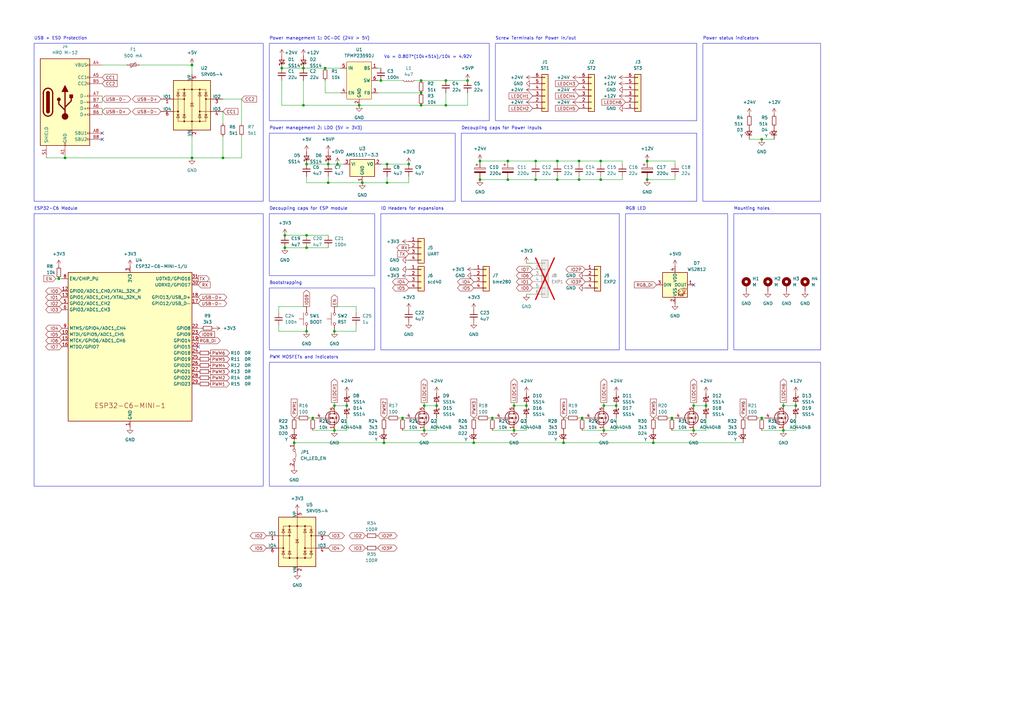
<source format=kicad_sch>
(kicad_sch (version 20230121) (generator eeschema)
  (paper "A3")
  (junction (at 267.97 181.61))
  (junction (at 125.73 67.31))
  (junction (at 78.74 64.77))
  (junction (at 120.65 181.61))
  (junction (at 196.85 73.66))
  (junction (at 312.42 57.15))
  (junction (at 158.75 74.93))
  (junction (at 196.85 66.04))
  (junction (at 158.75 67.31))
  (junction (at 125.73 101.6))
  (junction (at 284.48 176.53))
  (junction (at 210.82 176.53))
  (junction (at 147.32 43.18))
  (junction (at 182.88 43.18))
  (junction (at 246.38 73.66))
  (junction (at 275.59 171.45))
  (junction (at 125.73 96.52))
  (junction (at 321.31 166.37))
  (junction (at 173.99 176.53))
  (junction (at 210.82 166.37))
  (junction (at 194.31 181.61))
  (junction (at 247.65 166.37))
  (junction (at 201.93 171.45))
  (junction (at 172.72 43.18))
  (junction (at 115.57 27.94))
  (junction (at 237.49 66.04))
  (junction (at 252.73 166.37))
  (junction (at 116.84 101.6))
  (junction (at 116.84 96.52))
  (junction (at 148.59 74.93))
  (junction (at 137.16 166.37))
  (junction (at 228.6 73.66))
  (junction (at 173.99 166.37))
  (junction (at 91.44 64.77))
  (junction (at 321.31 176.53))
  (junction (at 231.14 181.61))
  (junction (at 133.35 27.94))
  (junction (at 312.42 171.45))
  (junction (at 182.88 33.02))
  (junction (at 138.43 67.31))
  (junction (at 137.16 135.89))
  (junction (at 26.67 64.77))
  (junction (at 124.46 27.94))
  (junction (at 157.48 181.61))
  (junction (at 128.27 171.45))
  (junction (at 219.71 66.04))
  (junction (at 208.28 66.04))
  (junction (at 265.43 66.04))
  (junction (at 78.74 26.67))
  (junction (at 167.64 67.31))
  (junction (at 179.07 166.37))
  (junction (at 134.62 67.31))
  (junction (at 246.38 66.04))
  (junction (at 156.21 33.02))
  (junction (at 265.43 73.66))
  (junction (at 238.76 171.45))
  (junction (at 219.71 73.66))
  (junction (at 247.65 176.53))
  (junction (at 326.39 166.37))
  (junction (at 172.72 33.02))
  (junction (at 289.56 166.37))
  (junction (at 172.72 38.1))
  (junction (at 125.73 135.89))
  (junction (at 137.16 176.53))
  (junction (at 208.28 73.66))
  (junction (at 24.13 114.3))
  (junction (at 237.49 73.66))
  (junction (at 134.62 74.93))
  (junction (at 124.46 43.18))
  (junction (at 191.77 33.02))
  (junction (at 228.6 66.04))
  (junction (at 284.48 166.37))
  (junction (at 215.9 166.37))
  (junction (at 142.24 166.37))
  (junction (at 165.1 171.45))
  (no_connect (at 41.91 54.61))
  (no_connect (at 284.48 116.84))
  (no_connect (at 81.28 142.24))
  (no_connect (at 41.91 57.15))
  (wire (pts (xy 137.16 125.73) (xy 146.05 125.73)))
  (wire (pts (xy 182.88 33.02) (xy 191.77 33.02)))
  (wire (pts (xy 246.38 73.66) (xy 246.38 72.39)))
  (wire (pts (xy 191.77 38.1) (xy 191.77 43.18)))
  (wire (pts (xy 284.48 165.1) (xy 284.48 166.37)))
  (wire (pts (xy 99.06 64.77) (xy 91.44 64.77)))
  (wire (pts (xy 219.71 66.04) (xy 219.71 67.31)))
  (wire (pts (xy 208.28 73.66) (xy 219.71 73.66)))
  (wire (pts (xy 252.73 171.45) (xy 252.73 176.53)))
  (wire (pts (xy 125.73 96.52) (xy 134.62 96.52)))
  (wire (pts (xy 321.31 165.1) (xy 321.31 166.37)))
  (wire (pts (xy 201.93 176.53) (xy 210.82 176.53)))
  (wire (pts (xy 304.8 171.45) (xy 306.07 171.45)))
  (wire (pts (xy 275.59 171.45) (xy 276.86 171.45)))
  (wire (pts (xy 114.3 128.27) (xy 114.3 125.73)))
  (wire (pts (xy 120.65 171.45) (xy 121.92 171.45)))
  (wire (pts (xy 238.76 176.53) (xy 247.65 176.53)))
  (wire (pts (xy 276.86 66.04) (xy 276.86 67.31)))
  (wire (pts (xy 167.64 72.39) (xy 167.64 74.93)))
  (wire (pts (xy 182.88 38.1) (xy 182.88 43.18)))
  (wire (pts (xy 182.88 43.18) (xy 191.77 43.18)))
  (wire (pts (xy 134.62 67.31) (xy 138.43 67.31)))
  (wire (pts (xy 170.18 33.02) (xy 172.72 33.02)))
  (wire (pts (xy 154.94 38.1) (xy 172.72 38.1)))
  (wire (pts (xy 312.42 176.53) (xy 321.31 176.53)))
  (wire (pts (xy 137.16 165.1) (xy 137.16 166.37)))
  (wire (pts (xy 172.72 43.18) (xy 182.88 43.18)))
  (wire (pts (xy 156.21 33.02) (xy 165.1 33.02)))
  (wire (pts (xy 173.99 165.1) (xy 173.99 166.37)))
  (wire (pts (xy 91.44 55.88) (xy 91.44 64.77)))
  (wire (pts (xy 146.05 133.35) (xy 146.05 135.89)))
  (wire (pts (xy 157.48 181.61) (xy 194.31 181.61)))
  (wire (pts (xy 326.39 176.53) (xy 321.31 176.53)))
  (wire (pts (xy 219.71 73.66) (xy 219.71 72.39)))
  (wire (pts (xy 114.3 125.73) (xy 125.73 125.73)))
  (wire (pts (xy 134.62 72.39) (xy 134.62 74.93)))
  (wire (pts (xy 172.72 33.02) (xy 182.88 33.02)))
  (wire (pts (xy 81.28 134.62) (xy 82.55 134.62)))
  (wire (pts (xy 125.73 74.93) (xy 134.62 74.93)))
  (wire (pts (xy 120.65 181.61) (xy 157.48 181.61)))
  (wire (pts (xy 128.27 171.45) (xy 129.54 171.45)))
  (wire (pts (xy 115.57 43.18) (xy 124.46 43.18)))
  (wire (pts (xy 265.43 73.66) (xy 276.86 73.66)))
  (wire (pts (xy 134.62 74.93) (xy 148.59 74.93)))
  (wire (pts (xy 125.73 101.6) (xy 134.62 101.6)))
  (wire (pts (xy 78.74 64.77) (xy 78.74 55.88)))
  (wire (pts (xy 165.1 176.53) (xy 173.99 176.53)))
  (wire (pts (xy 312.42 57.15) (xy 317.5 57.15)))
  (wire (pts (xy 115.57 27.94) (xy 124.46 27.94)))
  (wire (pts (xy 157.48 171.45) (xy 158.75 171.45)))
  (wire (pts (xy 158.75 67.31) (xy 167.64 67.31)))
  (wire (pts (xy 78.74 26.67) (xy 78.74 30.48)))
  (wire (pts (xy 146.05 125.73) (xy 146.05 128.27)))
  (wire (pts (xy 289.56 171.45) (xy 289.56 176.53)))
  (wire (pts (xy 137.16 166.37) (xy 142.24 166.37)))
  (wire (pts (xy 210.82 166.37) (xy 215.9 166.37)))
  (wire (pts (xy 138.43 67.31) (xy 140.97 67.31)))
  (wire (pts (xy 133.35 27.94) (xy 139.7 27.94)))
  (wire (pts (xy 163.83 171.45) (xy 165.1 171.45)))
  (wire (pts (xy 228.6 73.66) (xy 228.6 72.39)))
  (wire (pts (xy 246.38 66.04) (xy 246.38 67.31)))
  (wire (pts (xy 255.27 73.66) (xy 255.27 72.39)))
  (wire (pts (xy 276.86 73.66) (xy 276.86 72.39)))
  (wire (pts (xy 127 171.45) (xy 128.27 171.45)))
  (wire (pts (xy 200.66 171.45) (xy 201.93 171.45)))
  (wire (pts (xy 255.27 66.04) (xy 255.27 67.31)))
  (wire (pts (xy 208.28 66.04) (xy 219.71 66.04)))
  (wire (pts (xy 231.14 181.61) (xy 267.97 181.61)))
  (wire (pts (xy 247.65 165.1) (xy 247.65 166.37)))
  (wire (pts (xy 57.15 26.67) (xy 78.74 26.67)))
  (wire (pts (xy 246.38 73.66) (xy 255.27 73.66)))
  (wire (pts (xy 201.93 171.45) (xy 203.2 171.45)))
  (wire (pts (xy 267.97 181.61) (xy 304.8 181.61)))
  (wire (pts (xy 215.9 176.53) (xy 210.82 176.53)))
  (wire (pts (xy 237.49 73.66) (xy 237.49 72.39)))
  (wire (pts (xy 173.99 166.37) (xy 179.07 166.37)))
  (wire (pts (xy 115.57 33.02) (xy 115.57 43.18)))
  (wire (pts (xy 196.85 73.66) (xy 208.28 73.66)))
  (wire (pts (xy 247.65 166.37) (xy 252.73 166.37)))
  (wire (pts (xy 237.49 66.04) (xy 246.38 66.04)))
  (wire (pts (xy 142.24 171.45) (xy 142.24 176.53)))
  (wire (pts (xy 133.35 33.02) (xy 133.35 38.1)))
  (wire (pts (xy 219.71 66.04) (xy 228.6 66.04)))
  (wire (pts (xy 321.31 166.37) (xy 326.39 166.37)))
  (wire (pts (xy 228.6 66.04) (xy 228.6 67.31)))
  (wire (pts (xy 114.3 135.89) (xy 125.73 135.89)))
  (wire (pts (xy 210.82 165.1) (xy 210.82 166.37)))
  (wire (pts (xy 312.42 171.45) (xy 313.69 171.45)))
  (wire (pts (xy 158.75 72.39) (xy 158.75 74.93)))
  (wire (pts (xy 289.56 176.53) (xy 284.48 176.53)))
  (wire (pts (xy 231.14 171.45) (xy 232.41 171.45)))
  (wire (pts (xy 196.85 66.04) (xy 208.28 66.04)))
  (wire (pts (xy 156.21 67.31) (xy 158.75 67.31)))
  (wire (pts (xy 179.07 176.53) (xy 173.99 176.53)))
  (wire (pts (xy 116.84 96.52) (xy 125.73 96.52)))
  (wire (pts (xy 22.86 114.3) (xy 24.13 114.3)))
  (wire (pts (xy 24.13 114.3) (xy 25.4 114.3)))
  (wire (pts (xy 114.3 133.35) (xy 114.3 135.89)))
  (wire (pts (xy 179.07 171.45) (xy 179.07 176.53)))
  (wire (pts (xy 142.24 176.53) (xy 137.16 176.53)))
  (wire (pts (xy 167.64 74.93) (xy 158.75 74.93)))
  (wire (pts (xy 124.46 33.02) (xy 124.46 43.18)))
  (wire (pts (xy 237.49 73.66) (xy 246.38 73.66)))
  (wire (pts (xy 219.71 73.66) (xy 228.6 73.66)))
  (wire (pts (xy 238.76 171.45) (xy 240.03 171.45)))
  (wire (pts (xy 125.73 72.39) (xy 125.73 74.93)))
  (wire (pts (xy 215.9 107.95) (xy 218.44 107.95)))
  (wire (pts (xy 154.94 33.02) (xy 156.21 33.02)))
  (wire (pts (xy 265.43 66.04) (xy 276.86 66.04)))
  (wire (pts (xy 194.31 181.61) (xy 231.14 181.61)))
  (wire (pts (xy 99.06 55.88) (xy 99.06 64.77)))
  (wire (pts (xy 147.32 43.18) (xy 172.72 43.18)))
  (wire (pts (xy 274.32 171.45) (xy 275.59 171.45)))
  (wire (pts (xy 154.94 27.94) (xy 156.21 27.94)))
  (wire (pts (xy 128.27 176.53) (xy 137.16 176.53)))
  (wire (pts (xy 146.05 135.89) (xy 137.16 135.89)))
  (wire (pts (xy 148.59 74.93) (xy 158.75 74.93)))
  (wire (pts (xy 246.38 66.04) (xy 255.27 66.04)))
  (wire (pts (xy 311.15 171.45) (xy 312.42 171.45)))
  (wire (pts (xy 194.31 171.45) (xy 195.58 171.45)))
  (wire (pts (xy 91.44 64.77) (xy 78.74 64.77)))
  (wire (pts (xy 52.07 26.67) (xy 41.91 26.67)))
  (wire (pts (xy 267.97 171.45) (xy 269.24 171.45)))
  (wire (pts (xy 228.6 66.04) (xy 237.49 66.04)))
  (wire (pts (xy 237.49 66.04) (xy 237.49 67.31)))
  (wire (pts (xy 26.67 64.77) (xy 78.74 64.77)))
  (wire (pts (xy 284.48 166.37) (xy 289.56 166.37)))
  (wire (pts (xy 124.46 27.94) (xy 133.35 27.94)))
  (wire (pts (xy 91.44 45.72) (xy 91.44 50.8)))
  (wire (pts (xy 99.06 50.8) (xy 99.06 40.64)))
  (wire (pts (xy 41.91 44.45) (xy 41.91 46.99)))
  (wire (pts (xy 124.46 43.18) (xy 147.32 43.18)))
  (wire (pts (xy 19.05 64.77) (xy 26.67 64.77)))
  (wire (pts (xy 125.73 67.31) (xy 134.62 67.31)))
  (wire (pts (xy 237.49 171.45) (xy 238.76 171.45)))
  (wire (pts (xy 252.73 176.53) (xy 247.65 176.53)))
  (wire (pts (xy 326.39 171.45) (xy 326.39 176.53)))
  (wire (pts (xy 215.9 171.45) (xy 215.9 176.53)))
  (wire (pts (xy 116.84 101.6) (xy 125.73 101.6)))
  (wire (pts (xy 165.1 171.45) (xy 166.37 171.45)))
  (wire (pts (xy 133.35 38.1) (xy 139.7 38.1)))
  (wire (pts (xy 99.06 40.64) (xy 91.44 40.64)))
  (wire (pts (xy 215.9 120.65) (xy 218.44 120.65)))
  (wire (pts (xy 41.91 39.37) (xy 41.91 41.91)))
  (wire (pts (xy 228.6 73.66) (xy 237.49 73.66)))
  (wire (pts (xy 275.59 176.53) (xy 284.48 176.53)))
  (wire (pts (xy 307.34 57.15) (xy 312.42 57.15)))
  (rectangle (start 256.54 87.63) (end 298.45 143.51))
  (rectangle (start 110.49 118.11) (end 153.67 143.51))
  (rectangle (start 189.23 54.61) (end 285.75 82.55))
  (rectangle (start 13.97 17.78) (end 107.95 82.55))
  (rectangle (start 300.99 87.63) (end 336.55 143.51))
  (rectangle (start 110.49 17.78) (end 200.66 49.53))
  (rectangle (start 13.97 87.63) (end 107.95 199.39))
  (rectangle (start 110.49 54.61) (end 186.69 82.55))
  (rectangle (start 110.49 148.59) (end 336.55 199.39))
  (rectangle (start 156.21 87.63) (end 254 143.51))
  (rectangle (start 288.29 17.78) (end 336.55 82.55))
  (rectangle (start 110.49 87.63) (end 153.67 113.03))
  (rectangle (start 203.2 17.78) (end 285.75 49.53))
  (text "IO Headers for expansions" (at 156.21 86.36 0) (effects (font (size 1.27 1.27)) (justify left bottom)))
  (text "Vo = 0.807*(10k+51k)/10k = 4.92V" (at 157.48 24.13 0) (effects (font (size 1.27 1.27)) (justify left bottom)))
  (text "Bootstrapping" (at 110.49 116.84 0) (effects (font (size 1.27 1.27)) (justify left bottom)))
  (text "Power management 2: LDO (5V > 3V3)" (at 110.49 53.34 0) (effects (font (size 1.27 1.27)) (justify left bottom)))
  (text "Screw Terminals for Power in/out" (at 203.2 16.51 0) (effects (font (size 1.27 1.27)) (justify left bottom)))
  (text "Mounting holes" (at 300.99 86.36 0) (effects (font (size 1.27 1.27)) (justify left bottom)))
  (text "Power management 1: DC-DC (24V > 5V)" (at 110.49 16.51 0) (effects (font (size 1.27 1.27)) (justify left bottom)))
  (text "USB + ESD Protection" (at 13.97 16.51 0) (effects (font (size 1.27 1.27)) (justify left bottom)))
  (text "Decoupling caps for ESP module" (at 110.49 86.36 0) (effects (font (size 1.27 1.27)) (justify left bottom)))
  (text "ESP32-C6 Module" (at 13.97 86.36 0) (effects (font (size 1.27 1.27)) (justify left bottom)))
  (text "Decoupling caps for Power Inputs" (at 189.23 53.34 0) (effects (font (size 1.27 1.27)) (justify left bottom)))
  (text "Power status indicators" (at 288.29 16.51 0) (effects (font (size 1.27 1.27)) (justify left bottom)))
  (text "RGB LED" (at 256.54 86.36 0) (effects (font (size 1.27 1.27)) (justify left bottom)))
  (text "PWM MOSFETs and indicators" (at 110.49 147.32 0) (effects (font (size 1.27 1.27)) (justify left bottom)))
  (global_label "CC1" (shape input) (at 91.44 45.72 0) (property "Intersheetrefs" "${INTERSHEET_REFS}" (effects hide)))
  (global_label "USB-D+" (shape bidirectional) (at 66.04 40.64 180) (property "Intersheetrefs" "${INTERSHEET_REFS}" (effects hide)))
  (global_label "IO1" (shape bidirectional) (at 218.44 115.57 180) (property "Intersheetrefs" "${INTERSHEET_REFS}" (effects hide)))
  (global_label "IO2" (shape bidirectional) (at 109.22 219.71 180) (property "Intersheetrefs" "${INTERSHEET_REFS}" (effects hide)))
  (global_label "IO4" (shape bidirectional) (at 194.31 115.57 180) (property "Intersheetrefs" "${INTERSHEET_REFS}" (effects hide)))
  (global_label "USB-D-" (shape bidirectional) (at 66.04 45.72 180) (property "Intersheetrefs" "${INTERSHEET_REFS}" (effects hide)))
  (global_label "PWM2" (shape output) (at 86.36 154.94 0) (property "Intersheetrefs" "${INTERSHEET_REFS}" (effects hide)))
  (global_label "IO5" (shape bidirectional) (at 109.22 224.79 180) (property "Intersheetrefs" "${INTERSHEET_REFS}" (effects hide)))
  (global_label "LEDCH4" (shape output) (at 247.65 165.1 90) (property "Intersheetrefs" "${INTERSHEET_REFS}" (effects hide)))
  (global_label "CC2" (shape input) (at 99.06 40.64 0) (property "Intersheetrefs" "${INTERSHEET_REFS}" (effects hide)))
  (global_label "IO4" (shape bidirectional) (at 134.62 224.79 0) (property "Intersheetrefs" "${INTERSHEET_REFS}" (effects hide)))
  (global_label "LEDCH6" (shape output) (at 321.31 165.1 90) (property "Intersheetrefs" "${INTERSHEET_REFS}" (effects hide)))
  (global_label "PWM6" (shape output) (at 86.36 144.78 0) (property "Intersheetrefs" "${INTERSHEET_REFS}" (effects hide)))
  (global_label "IO2P" (shape bidirectional) (at 154.94 219.71 0) (property "Intersheetrefs" "${INTERSHEET_REFS}" (effects hide)))
  (global_label "LEDCH1" (shape output) (at 137.16 165.1 90) (property "Intersheetrefs" "${INTERSHEET_REFS}" (effects hide)))
  (global_label "PWM2" (shape input) (at 157.48 171.45 90) (property "Intersheetrefs" "${INTERSHEET_REFS}" (effects hide)))
  (global_label "IO4" (shape bidirectional) (at 25.4 134.62 180) (property "Intersheetrefs" "${INTERSHEET_REFS}" (effects hide)))
  (global_label "LEDCH2" (shape output) (at 173.99 165.1 90) (property "Intersheetrefs" "${INTERSHEET_REFS}" (effects hide)))
  (global_label "IO7" (shape bidirectional) (at 218.44 110.49 180) (property "Intersheetrefs" "${INTERSHEET_REFS}" (effects hide)))
  (global_label "RX" (shape input) (at 81.28 116.84 0) (property "Intersheetrefs" "${INTERSHEET_REFS}" (effects hide)))
  (global_label "PWM4" (shape output) (at 86.36 149.86 0) (property "Intersheetrefs" "${INTERSHEET_REFS}" (effects hide)))
  (global_label "IO3" (shape bidirectional) (at 25.4 127 180) (property "Intersheetrefs" "${INTERSHEET_REFS}" (effects hide)))
  (global_label "LEDCH1" (shape input) (at 218.44 39.37 180) (property "Intersheetrefs" "${INTERSHEET_REFS}" (effects hide)))
  (global_label "IO2" (shape bidirectional) (at 25.4 124.46 180) (property "Intersheetrefs" "${INTERSHEET_REFS}" (effects hide)))
  (global_label "IO5" (shape bidirectional) (at 25.4 137.16 180) (property "Intersheetrefs" "${INTERSHEET_REFS}" (effects hide)))
  (global_label "IO09" (shape input) (at 81.28 137.16 0) (property "Intersheetrefs" "${INTERSHEET_REFS}" (effects hide)))
  (global_label "LEDCH5" (shape output) (at 284.48 165.1 90) (property "Intersheetrefs" "${INTERSHEET_REFS}" (effects hide)))
  (global_label "IO0" (shape bidirectional) (at 218.44 118.11 180) (property "Intersheetrefs" "${INTERSHEET_REFS}" (effects hide)))
  (global_label "LEDCH5" (shape input) (at 237.49 44.45 180) (property "Intersheetrefs" "${INTERSHEET_REFS}" (effects hide)))
  (global_label "PWM3" (shape input) (at 194.31 171.45 90) (property "Intersheetrefs" "${INTERSHEET_REFS}" (effects hide)))
  (global_label "RGB_DI" (shape input) (at 269.24 116.84 180) (property "Intersheetrefs" "${INTERSHEET_REFS}" (effects hide)))
  (global_label "EN" (shape output) (at 137.16 125.73 90) (property "Intersheetrefs" "${INTERSHEET_REFS}" (effects hide)))
  (global_label "LEDCH3" (shape input) (at 237.49 34.29 180) (property "Intersheetrefs" "${INTERSHEET_REFS}" (effects hide)))
  (global_label "CC2" (shape input) (at 41.91 34.29 0) (property "Intersheetrefs" "${INTERSHEET_REFS}" (effects hide)))
  (global_label "IO6" (shape bidirectional) (at 218.44 113.03 180) (property "Intersheetrefs" "${INTERSHEET_REFS}" (effects hide)))
  (global_label "USB-D-" (shape bidirectional) (at 81.28 124.46 0) (property "Intersheetrefs" "${INTERSHEET_REFS}" (effects hide)))
  (global_label "IO3P" (shape bidirectional) (at 240.03 115.57 180) (property "Intersheetrefs" "${INTERSHEET_REFS}" (effects hide)))
  (global_label "LEDCH6" (shape input) (at 256.54 41.91 180) (property "Intersheetrefs" "${INTERSHEET_REFS}" (effects hide)))
  (global_label "IO3P" (shape bidirectional) (at 154.94 224.79 0) (property "Intersheetrefs" "${INTERSHEET_REFS}" (effects hide)))
  (global_label "IO6" (shape bidirectional) (at 25.4 139.7 180) (property "Intersheetrefs" "${INTERSHEET_REFS}" (effects hide)))
  (global_label "USB-D+" (shape bidirectional) (at 81.28 121.92 0) (property "Intersheetrefs" "${INTERSHEET_REFS}" (effects hide)))
  (global_label "IO2" (shape bidirectional) (at 149.86 219.71 180) (property "Intersheetrefs" "${INTERSHEET_REFS}" (effects hide)))
  (global_label "PWM6" (shape input) (at 304.8 171.45 90) (property "Intersheetrefs" "${INTERSHEET_REFS}" (effects hide)))
  (global_label "USB-D-" (shape bidirectional) (at 41.91 40.64 0) (property "Intersheetrefs" "${INTERSHEET_REFS}" (effects hide)))
  (global_label "IO1" (shape bidirectional) (at 25.4 121.92 180) (property "Intersheetrefs" "${INTERSHEET_REFS}" (effects hide)))
  (global_label "IO7" (shape bidirectional) (at 25.4 142.24 180) (property "Intersheetrefs" "${INTERSHEET_REFS}" (effects hide)))
  (global_label "IO3" (shape bidirectional) (at 134.62 219.71 0) (property "Intersheetrefs" "${INTERSHEET_REFS}" (effects hide)))
  (global_label "RX" (shape output) (at 167.64 101.6 180) (property "Intersheetrefs" "${INTERSHEET_REFS}" (effects hide)))
  (global_label "IO3" (shape bidirectional) (at 149.86 224.79 180) (property "Intersheetrefs" "${INTERSHEET_REFS}" (effects hide)))
  (global_label "PWM4" (shape input) (at 231.14 171.45 90) (property "Intersheetrefs" "${INTERSHEET_REFS}" (effects hide)))
  (global_label "LEDCH3" (shape output) (at 210.82 165.1 90) (property "Intersheetrefs" "${INTERSHEET_REFS}" (effects hide)))
  (global_label "IO4" (shape bidirectional) (at 167.64 115.57 180) (property "Intersheetrefs" "${INTERSHEET_REFS}" (effects hide)))
  (global_label "LEDCH4" (shape input) (at 237.49 39.37 180) (property "Intersheetrefs" "${INTERSHEET_REFS}" (effects hide)))
  (global_label "TX" (shape output) (at 81.28 114.3 0) (property "Intersheetrefs" "${INTERSHEET_REFS}" (effects hide)))
  (global_label "IO2P" (shape bidirectional) (at 240.03 110.49 180) (property "Intersheetrefs" "${INTERSHEET_REFS}" (effects hide)))
  (global_label "EN" (shape input) (at 22.86 114.3 180) (property "Intersheetrefs" "${INTERSHEET_REFS}" (effects hide)))
  (global_label "IO0" (shape bidirectional) (at 25.4 119.38 180) (property "Intersheetrefs" "${INTERSHEET_REFS}" (effects hide)))
  (global_label "IO5" (shape bidirectional) (at 167.64 118.11 180) (property "Intersheetrefs" "${INTERSHEET_REFS}" (effects hide)))
  (global_label "IO5" (shape bidirectional) (at 194.31 118.11 180) (property "Intersheetrefs" "${INTERSHEET_REFS}" (effects hide)))
  (global_label "TX" (shape input) (at 167.64 104.14 180) (property "Intersheetrefs" "${INTERSHEET_REFS}" (effects hide)))
  (global_label "LEDCH2" (shape input) (at 218.44 44.45 180) (property "Intersheetrefs" "${INTERSHEET_REFS}" (effects hide)))
  (global_label "RGB_DI" (shape output) (at 81.28 139.7 0) (property "Intersheetrefs" "${INTERSHEET_REFS}" (effects hide)))
  (global_label "PWM3" (shape output) (at 86.36 152.4 0) (property "Intersheetrefs" "${INTERSHEET_REFS}" (effects hide)))
  (global_label "USB-D+" (shape bidirectional) (at 41.91 45.72 0) (property "Intersheetrefs" "${INTERSHEET_REFS}" (effects hide)))
  (global_label "PWM5" (shape input) (at 267.97 171.45 90) (property "Intersheetrefs" "${INTERSHEET_REFS}" (effects hide)))
  (global_label "PWM1" (shape output) (at 86.36 157.48 0) (property "Intersheetrefs" "${INTERSHEET_REFS}" (effects hide)))
  (global_label "IO09" (shape output) (at 125.73 125.73 90) (property "Intersheetrefs" "${INTERSHEET_REFS}" (effects hide)))
  (global_label "PWM5" (shape output) (at 86.36 147.32 0) (property "Intersheetrefs" "${INTERSHEET_REFS}" (effects hide)))
  (global_label "PWM1" (shape input) (at 120.65 171.45 90) (property "Intersheetrefs" "${INTERSHEET_REFS}" (effects hide)))
  (global_label "CC1" (shape input) (at 41.91 31.75 0) (property "Intersheetrefs" "${INTERSHEET_REFS}" (effects hide)))
  (symbol (lib_id "Device:D_Schottky_Small") (at 215.9 163.83 270) (unit 1)
    (property "Reference" "D10" (at 218.44 162.306 90) (effects (justify left)))
    (property "Value" "SS14" (at 218.44 164.846 90) (effects (justify left)))
    (property "Footprint" "Diode_SMD:D_SMA" (effects hide))
  )
  (symbol (lib_id "Device:R_Small") (at 157.48 173.99 0) (unit 1)
    (property "Reference" "R24" (at 154.94 172.72 0) (effects (justify right)))
    (property "Value" "3k3" (at 154.94 175.26 0) (effects (justify right)))
    (property "Footprint" "Resistor_SMD:R_0402_1005Metric" (effects hide))
  )
  (symbol (lib_id "power:+12V") (at 326.39 161.29 0) (unit 1)
    (property "Reference" "#PWR063" (effects hide))
    (property "Value" "+12V" (at 326.39 156.21 0))
  )
  (symbol (lib_id "power:GND") (at 240.03 113.03 270) (mirror x) (unit 1)
    (property "Reference" "#PWR043" (effects hide))
    (property "Value" "GND" (at 236.22 113.03 90) (effects (justify right)))
  )
  (symbol (lib_id "Device:C_Small") (at 134.62 99.06 0) (unit 1)
    (property "Reference" "C21" (at 137.16 97.7963 0) (effects (justify left)))
    (property "Value" "100n" (at 137.16 100.3363 0) (effects (justify left)))
    (property "Footprint" "Capacitor_SMD:C_0402_1005Metric" (effects hide))
  )
  (symbol (lib_id "power:+3V3") (at 215.9 107.95 0) (mirror y) (unit 1)
    (property "Reference" "#PWR035" (effects hide))
    (property "Value" "+3V3" (at 215.9 102.87 0))
  )
  (symbol (lib_id "power:GND") (at 265.43 73.66 0) (unit 1)
    (property "Reference" "#PWR029" (effects hide))
    (property "Value" "GND" (at 265.43 78.74 0))
  )
  (symbol (lib_id "Device:R_Small") (at 312.42 173.99 0) (unit 1)
    (property "Reference" "R33" (at 314.96 172.72 0) (effects (justify left)))
    (property "Value" "10k" (at 314.96 175.26 0) (effects (justify left)))
    (property "Footprint" "Resistor_SMD:R_0402_1005Metric" (effects hide))
  )
  (symbol (lib_id "Device:D_Schottky_Small") (at 179.07 168.91 270) (unit 1)
    (property "Reference" "D15" (at 181.61 167.386 90) (effects (justify left)))
    (property "Value" "SS14" (at 181.61 169.926 90) (effects (justify left)))
    (property "Footprint" "Diode_SMD:D_SMA" (effects hide))
  )
  (symbol (lib_id "power:+3V3") (at 167.64 67.31 0) (unit 1)
    (property "Reference" "#PWR027" (effects hide))
    (property "Value" "+3V3" (at 167.64 62.23 0))
  )
  (symbol (lib_id "power:+24V") (at 252.73 161.29 0) (unit 1)
    (property "Reference" "#PWR061" (effects hide))
    (property "Value" "+24V" (at 252.73 156.21 0))
  )
  (symbol (lib_id "Device:L_Small") (at 167.64 33.02 270) (unit 1)
    (property "Reference" "L1" (at 167.64 27.94 90))
    (property "Value" "4u7" (at 167.64 30.48 90))
    (property "Footprint" "Inductor_SMD:L_Changjiang_FNR3012S" (effects hide))
    (property "LCSC" "C528014" (effects hide))
  )
  (symbol (lib_id "power:GND") (at 116.84 101.6 0) (unit 1)
    (property "Reference" "#PWR033" (effects hide))
    (property "Value" "GND" (at 116.84 106.68 0))
  )
  (symbol (lib_id "power:GND") (at 321.31 176.53 0) (unit 1)
    (property "Reference" "#PWR070" (effects hide))
    (property "Value" "GND" (at 321.31 181.61 0))
  )
  (symbol (lib_id "power:GND") (at 120.65 191.77 0) (unit 1)
    (property "Reference" "#PWR071" (effects hide))
    (property "Value" "GND" (at 120.65 196.85 0))
  )
  (symbol (lib_id "power:GND") (at 240.03 118.11 270) (mirror x) (unit 1)
    (property "Reference" "#PWR044" (effects hide))
    (property "Value" "GND" (at 236.22 118.11 90) (effects (justify right)))
  )
  (symbol (lib_id "Device:C_Small") (at 167.64 129.54 0) (unit 1)
    (property "Reference" "C22" (at 170.18 128.2763 0) (effects (justify left)))
    (property "Value" "4u7" (at 170.18 130.8163 0) (effects (justify left)))
    (property "Footprint" "Capacitor_SMD:C_0402_1005Metric" (effects hide))
  )
  (symbol (lib_id "Device:C_Small") (at 125.73 69.85 0) (unit 1)
    (property "Reference" "C6" (at 128.27 68.5863 0) (effects (justify left)))
    (property "Value" "4u7" (at 128.27 71.1263 0) (effects (justify left)))
    (property "Footprint" "Capacitor_SMD:C_0402_1005Metric" (effects hide))
  )
  (symbol (lib_id "power:GND") (at 173.99 176.53 0) (unit 1)
    (property "Reference" "#PWR066" (effects hide))
    (property "Value" "GND" (at 173.99 181.61 0))
  )
  (symbol (lib_id "power:+12V") (at 317.5 46.99 0) (unit 1)
    (property "Reference" "#PWR019" (effects hide))
    (property "Value" "+12V" (at 317.5 41.91 0))
  )
  (symbol (lib_id "Mechanical:MountingHole_Pad") (at 314.96 116.84 0) (unit 1) (in_bom no)
    (property "Reference" "H2" (at 317.5 114.3 0) (effects (justify left)))
    (property "Value" "M" (at 317.5 116.84 0) (effects (justify left)))
    (property "Footprint" "MountingHole:MountingHole_3.2mm_M3_Pad_Via" (effects hide))
  )
  (symbol (lib_id "power:+5VD") (at 276.86 109.22 0) (unit 1)
    (property "Reference" "#PWR038" (effects hide))
    (property "Value" "+5VD" (at 276.86 104.14 0))
  )
  (symbol (lib_id "Device:R_Small") (at 152.4 219.71 90) (unit 1)
    (property "Reference" "R34" (at 152.4 214.63 90))
    (property "Value" "100R" (at 152.4 217.17 90))
    (property "Footprint" "Resistor_SMD:R_0402_1005Metric" (effects hide))
    (property "LCSC" "C17168" (effects hide))
  )
  (symbol (lib_id "Connector:USB_C_Receptacle_USB2.0") (at 26.67 41.91 0) (unit 1)
    (property "Reference" "J4" (at 26.67 19.05 0))
    (property "Value" "HRO M-12" (at 26.67 21.59 0))
    (property "Footprint" "PCM_marbastlib-various:USB_C_Receptacle_HRO_TYPE-C-31-M-12" (effects hide))
    (property "Datasheet" "https://www.usb.org/sites/default/files/documents/usb_type-c.zip" (effects hide))
  )
  (symbol (lib_id "power:+12V") (at 265.43 66.04 0) (unit 1)
    (property "Reference" "#PWR025" (effects hide))
    (property "Value" "+12V" (at 265.43 60.96 0))
  )
  (symbol (lib_id "power:GND") (at 256.54 44.45 270) (unit 1)
    (property "Reference" "#PWR017" (effects hide))
    (property "Value" "GND" (at 252.73 44.45 90) (effects (justify right)))
  )
  (symbol (lib_id "Device:C_Small") (at 167.64 69.85 0) (unit 1)
    (property "Reference" "C9" (at 170.18 68.5863 0) (effects (justify left)))
    (property "Value" "4u7" (at 170.18 71.1263 0) (effects (justify left)))
    (property "Footprint" "Capacitor_SMD:C_0402_1005Metric" (effects hide))
  )
  (symbol (lib_id "power:+5V") (at 78.74 26.67 0) (unit 1)
    (property "Reference" "#PWR03" (effects hide))
    (property "Value" "+5V" (at 78.74 21.59 0))
  )
  (symbol (lib_id "Connector_Generic:Conn_01x04") (at 245.11 113.03 0) (unit 1)
    (property "Reference" "J9" (at 247.65 113.03 0) (effects (justify left)))
    (property "Value" "EXP2" (at 247.65 115.57 0) (effects (justify left)))
    (property "Footprint" "project:TerminalBlock_DIBO_DB125-3.5-4P-GN-S_1x04_P3.50mm_Horizontal" (effects hide))
    (property "LCSC" "C2757925" (effects hide))
  )
  (symbol (lib_id "Device:LED_Small") (at 304.8 179.07 90) (unit 1)
    (property "Reference" "D25" (at 302.26 177.7365 90) (effects (justify left)))
    (property "Value" "Y" (at 302.26 180.2765 90) (effects (justify left)))
    (property "Footprint" "LED_SMD:LED_0603_1608Metric" (effects hide))
    (property "LCSC" "C72038" (effects hide))
  )
  (symbol (lib_id "Device:LED_Small") (at 120.65 179.07 90) (unit 1)
    (property "Reference" "D20" (at 118.11 177.7365 90) (effects (justify left)))
    (property "Value" "Y" (at 118.11 180.2765 90) (effects (justify left)))
    (property "Footprint" "LED_SMD:LED_0603_1608Metric" (effects hide))
    (property "LCSC" "C72038" (effects hide))
  )
  (symbol (lib_id "Device:R_Small") (at 83.82 154.94 90) (unit 1)
    (property "Reference" "R14" (at 96.52 154.94 90))
    (property "Value" "0R" (at 101.6 154.94 90))
    (property "Footprint" "Resistor_SMD:R_0402_1005Metric" (effects hide))
    (property "LCSC" "C17168" (effects hide))
  )
  (symbol (lib_id "power:GND") (at 137.16 135.89 0) (unit 1)
    (property "Reference" "#PWR057" (effects hide))
    (property "Value" "GND" (at 137.16 140.97 0))
  )
  (symbol (lib_id "Device:R_Small") (at 133.35 30.48 0) (unit 1)
    (property "Reference" "R1" (at 135.89 29.21 0) (effects (justify left)))
    (property "Value" "10k" (at 135.89 31.75 0) (effects (justify left)))
    (property "Footprint" "Resistor_SMD:R_0402_1005Metric" (effects hide))
  )
  (symbol (lib_id "power:GND") (at 284.48 176.53 0) (unit 1)
    (property "Reference" "#PWR069" (effects hide))
    (property "Value" "GND" (at 284.48 181.61 0))
  )
  (symbol (lib_id "power:+3V3") (at 24.13 109.22 0) (unit 1)
    (property "Reference" "#PWR036" (effects hide))
    (property "Value" "+3V3" (at 24.13 104.14 0))
  )
  (symbol (lib_id "project:AO4404B") (at 171.45 171.45 0) (unit 1)
    (property "Reference" "Q2" (at 176.53 172.72 0) (effects (justify left)))
    (property "Value" "AO4404B" (at 176.53 175.26 0) (effects (justify left)))
    (property "Footprint" "Package_SO:SOIC-8_3.9x4.9mm_P1.27mm" (effects hide))
    (property "Datasheet" "https://www.onsemi.com/pub/Collateral/BSS138-D.PDF" (effects hide))
  )
  (symbol (lib_id "Device:R_Small") (at 152.4 224.79 90) (unit 1)
    (property "Reference" "R35" (at 152.4 227.33 90))
    (property "Value" "100R" (at 152.4 229.87 90))
    (property "Footprint" "Resistor_SMD:R_0402_1005Metric" (effects hide))
    (property "LCSC" "C17168" (effects hide))
  )
  (symbol (lib_id "Device:R_Small") (at 201.93 173.99 0) (unit 1)
    (property "Reference" "R27" (at 204.47 172.72 0) (effects (justify left)))
    (property "Value" "10k" (at 204.47 175.26 0) (effects (justify left)))
    (property "Footprint" "Resistor_SMD:R_0402_1005Metric" (effects hide))
  )
  (symbol (lib_id "Device:C_Polarized") (at 196.85 69.85 0) (unit 1)
    (property "Reference" "C10" (at 200.66 68.58 0) (effects (justify left)))
    (property "Value" "220u" (at 200.66 71.12 0) (effects (justify left)))
    (property "Footprint" "Capacitor_SMD:CP_Elec_8x10" (effects hide))
    (property "LCSC" "C278406" (effects hide))
  )
  (symbol (lib_id "power:GND") (at 276.86 124.46 0) (unit 1)
    (property "Reference" "#PWR050" (effects hide))
    (property "Value" "GND" (at 276.86 129.54 0))
  )
  (symbol (lib_id "power:GND") (at 215.9 120.65 0) (mirror y) (unit 1)
    (property "Reference" "#PWR049" (effects hide))
    (property "Value" "GND" (at 215.9 125.73 0))
  )
  (symbol (lib_id "power:+24V") (at 196.85 66.04 0) (unit 1)
    (property "Reference" "#PWR024" (effects hide))
    (property "Value" "+24V" (at 196.85 60.96 0))
  )
  (symbol (lib_id "Device:D_Schottky_Small") (at 326.39 168.91 270) (unit 1)
    (property "Reference" "D19" (at 328.93 167.386 90) (effects (justify left)))
    (property "Value" "SS14" (at 328.93 169.926 90) (effects (justify left)))
    (property "Footprint" "Diode_SMD:D_SMA" (effects hide))
  )
  (symbol (lib_id "power:+24V") (at 289.56 161.29 0) (unit 1)
    (property "Reference" "#PWR062" (effects hide))
    (property "Value" "+24V" (at 289.56 156.21 0))
  )
  (symbol (lib_id "Device:D_Schottky_Small") (at 179.07 163.83 270) (unit 1)
    (property "Reference" "D9" (at 181.61 162.306 90) (effects (justify left)))
    (property "Value" "SS14" (at 181.61 164.846 90) (effects (justify left)))
    (property "Footprint" "Diode_SMD:D_SMA" (effects hide))
  )
  (symbol (lib_id "project:AO4404B") (at 245.11 171.45 0) (unit 1)
    (property "Reference" "Q4" (at 250.19 172.72 0) (effects (justify left)))
    (property "Value" "AO4404B" (at 250.19 175.26 0) (effects (justify left)))
    (property "Footprint" "Package_SO:SOIC-8_3.9x4.9mm_P1.27mm" (effects hide))
    (property "Datasheet" "https://www.onsemi.com/pub/Collateral/BSS138-D.PDF" (effects hide))
  )
  (symbol (lib_id "power:+3V3") (at 194.31 110.49 90) (mirror x) (unit 1)
    (property "Reference" "#PWR040" (effects hide))
    (property "Value" "+3V3" (at 190.5 110.49 90) (effects (justify left)))
  )
  (symbol (lib_id "power:+12V") (at 124.46 22.86 0) (unit 1)
    (property "Reference" "#PWR02" (effects hide))
    (property "Value" "+12V" (at 128.27 21.59 0))
  )
  (symbol (lib_id "power:GND") (at 210.82 176.53 0) (unit 1)
    (property "Reference" "#PWR067" (effects hide))
    (property "Value" "GND" (at 210.82 181.61 0))
  )
  (symbol (lib_id "Device:C_Small") (at 194.31 129.54 0) (unit 1)
    (property "Reference" "C23" (at 196.85 128.2763 0) (effects (justify left)))
    (property "Value" "4u7" (at 196.85 130.8163 0) (effects (justify left)))
    (property "Footprint" "Capacitor_SMD:C_0402_1005Metric" (effects hide))
  )
  (symbol (lib_id "power:+5VD") (at 138.43 67.31 0) (unit 1)
    (property "Reference" "#PWR026" (effects hide))
    (property "Value" "+5VD" (at 138.43 62.23 0))
  )
  (symbol (lib_id "Device:D_Schottky_Small") (at 124.46 25.4 90) (unit 1)
    (property "Reference" "D2" (at 127 24.384 90) (effects (justify right)))
    (property "Value" "SS14" (at 127 26.924 90) (effects (justify right)))
    (property "Footprint" "Diode_SMD:D_SMA" (effects hide))
  )
  (symbol (lib_id "Switch:SW_Push") (at 137.16 130.81 90) (unit 1)
    (property "Reference" "SW2" (at 138.43 129.54 90) (effects (justify right)))
    (property "Value" "RST" (at 138.43 132.08 90) (effects (justify right)))
    (property "Footprint" "project:SW_T1A2QR" (effects hide))
  )
  (symbol (lib_id "Device:C_Small") (at 182.88 35.56 0) (unit 1)
    (property "Reference" "C4" (at 185.42 34.2963 0) (effects (justify left)))
    (property "Value" "22u" (at 185.42 36.8363 0) (effects (justify left)))
    (property "Footprint" "Capacitor_SMD:C_0805_2012Metric" (effects hide))
    (property "LCSC" "C6119901" (effects hide))
  )
  (symbol (lib_id "Device:R_Small") (at 267.97 173.99 0) (unit 1)
    (property "Reference" "R30" (at 265.43 172.72 0) (effects (justify right)))
    (property "Value" "3k3" (at 265.43 175.26 0) (effects (justify right)))
    (property "Footprint" "Resistor_SMD:R_0402_1005Metric" (effects hide))
  )
  (symbol (lib_id "power:+24V") (at 237.49 36.83 90) (unit 1)
    (property "Reference" "#PWR011" (effects hide))
    (property "Value" "+24V" (at 233.68 36.83 90) (effects (justify left)))
  )
  (symbol (lib_id "PCM_marbastlib-various:SRV05-4") (at 121.92 222.25 0) (unit 1)
    (property "Reference" "U5" (at 125.5461 207.01 0) (effects (justify left)))
    (property "Value" "SRV05-4" (at 125.5461 209.55 0) (effects (justify left)))
    (property "Footprint" "PCM_marbastlib-various:SOT-23-6-routable" (effects hide))
    (property "Datasheet" "http://www.onsemi.com/pub/Collateral/SRV05-4-D.PDF" (effects hide))
  )
  (symbol (lib_id "Device:R_Small") (at 83.82 152.4 90) (unit 1)
    (property "Reference" "R13" (at 96.52 152.4 90))
    (property "Value" "0R" (at 101.6 152.4 90))
    (property "Footprint" "Resistor_SMD:R_0402_1005Metric" (effects hide))
    (property "LCSC" "C17168" (effects hide))
  )
  (symbol (lib_id "power:+3V3") (at 53.34 109.22 0) (unit 1)
    (property "Reference" "#PWR037" (effects hide))
    (property "Value" "+3V3" (at 53.34 104.14 0))
  )
  (symbol (lib_id "Device:C_Small") (at 158.75 69.85 0) (unit 1)
    (property "Reference" "C8" (at 161.29 68.5863 0) (effects (justify left)))
    (property "Value" "4u7" (at 161.29 71.1263 0) (effects (justify left)))
    (property "Footprint" "Capacitor_SMD:C_0402_1005Metric" (effects hide))
  )
  (symbol (lib_id "Device:R_Small") (at 231.14 173.99 0) (unit 1)
    (property "Reference" "R28" (at 228.6 172.72 0) (effects (justify right)))
    (property "Value" "3k3" (at 228.6 175.26 0) (effects (justify right)))
    (property "Footprint" "Resistor_SMD:R_0402_1005Metric" (effects hide))
  )
  (symbol (lib_id "power:GND") (at 167.64 106.68 270) (unit 1)
    (property "Reference" "#PWR034" (effects hide))
    (property "Value" "GND" (at 163.83 106.68 90) (effects (justify right)))
  )
  (symbol (lib_id "Device:R_Small") (at 124.46 171.45 90) (unit 1)
    (property "Reference" "R16" (at 124.46 166.37 90))
    (property "Value" "100" (at 124.46 168.91 90))
    (property "Footprint" "Resistor_SMD:R_0402_1005Metric" (effects hide))
  )
  (symbol (lib_id "Device:R_Small") (at 308.61 171.45 90) (unit 1)
    (property "Reference" "R21" (at 308.61 166.37 90))
    (property "Value" "100" (at 308.61 168.91 90))
    (property "Footprint" "Resistor_SMD:R_0402_1005Metric" (effects hide))
  )
  (symbol (lib_id "power:+24V") (at 307.34 46.99 0) (unit 1)
    (property "Reference" "#PWR018" (effects hide))
    (property "Value" "+24V" (at 307.34 41.91 0))
  )
  (symbol (lib_id "power:GND") (at 167.64 110.49 270) (mirror x) (unit 1)
    (property "Reference" "#PWR039" (effects hide))
    (property "Value" "GND" (at 163.83 110.49 90) (effects (justify right)))
  )
  (symbol (lib_id "Device:R_Small") (at 275.59 173.99 0) (unit 1)
    (property "Reference" "R31" (at 278.13 172.72 0) (effects (justify left)))
    (property "Value" "10k" (at 278.13 175.26 0) (effects (justify left)))
    (property "Footprint" "Resistor_SMD:R_0402_1005Metric" (effects hide))
  )
  (symbol (lib_id "project:TPMP2359DJ") (at 147.32 33.02 0) (unit 1)
    (property "Reference" "U1" (at 147.32 20.32 0))
    (property "Value" "TPMP2359DJ" (at 147.32 22.86 0))
    (property "Footprint" "Package_TO_SOT_SMD:SOT-23-6" (effects hide))
    (property "Datasheet" "https://datasheet.lcsc.com/lcsc/2201241030_TECH-PUBLIC-TPMP2359DJ_C2959845.pdf" (effects hide))
  )
  (symbol (lib_id "power:+3V3") (at 194.31 127 0) (mirror y) (unit 1)
    (property "Reference" "#PWR052" (effects hide))
    (property "Value" "+3V3" (at 194.31 121.92 0))
  )
  (symbol (lib_id "power:+3V3") (at 87.63 134.62 270) (unit 1)
    (property "Reference" "#PWR055" (effects hide))
    (property "Value" "+3V3" (at 91.44 134.62 90) (effects (justify left)))
  )
  (symbol (lib_id "Connector_Generic:Conn_01x06") (at 223.52 39.37 0) (mirror x) (unit 1)
    (property "Reference" "J1" (at 223.52 25.4 0))
    (property "Value" "ST1" (at 223.52 27.94 0))
    (property "Footprint" "project:TerminalBlock_Ningbo_Kangnex _WJ128V-5.0-6P_1x06_P5.00mm_Horizontal" (effects hide))
    (property "LCSC" "C192771" (effects hide))
  )
  (symbol (lib_id "Device:D_Schottky_Small") (at 252.73 163.83 270) (unit 1)
    (property "Reference" "D11" (at 255.27 162.306 90) (effects (justify left)))
    (property "Value" "SS14" (at 255.27 164.846 90) (effects (justify left)))
    (property "Footprint" "Diode_SMD:D_SMA" (effects hide))
  )
  (symbol (lib_id "power:GND") (at 121.92 234.95 0) (unit 1)
    (property "Reference" "#PWR073" (effects hide))
    (property "Value" "GND" (at 121.92 240.03 0))
  )
  (symbol (lib_id "Device:C_Polarized") (at 208.28 69.85 0) (unit 1)
    (property "Reference" "C11" (at 212.09 68.58 0) (effects (justify left)))
    (property "Value" "220u" (at 212.09 71.12 0) (effects (justify left)))
    (property "Footprint" "Capacitor_SMD:CP_Elec_8x10" (effects hide))
    (property "LCSC" "C278406" (effects hide))
  )
  (symbol (lib_id "Device:R_Small") (at 99.06 53.34 0) (unit 1)
    (property "Reference" "R7" (at 101.6 52.07 0) (effects (justify left)))
    (property "Value" "5k1" (at 101.6 54.61 0) (effects (justify left)))
    (property "Footprint" "Resistor_SMD:R_0402_1005Metric" (effects hide))
  )
  (symbol (lib_id "Device:R_Small") (at 83.82 147.32 90) (unit 1)
    (property "Reference" "R11" (at 96.52 147.32 90))
    (property "Value" "0R" (at 101.6 147.32 90))
    (property "Footprint" "Resistor_SMD:R_0402_1005Metric" (effects hide))
    (property "LCSC" "C17168" (effects hide))
  )
  (symbol (lib_id "power:GND") (at 148.59 74.93 0) (unit 1)
    (property "Reference" "#PWR030" (effects hide))
    (property "Value" "GND" (at 148.59 80.01 0))
  )
  (symbol (lib_id "power:GND") (at 247.65 176.53 0) (unit 1)
    (property "Reference" "#PWR068" (effects hide))
    (property "Value" "GND" (at 247.65 181.61 0))
  )
  (symbol (lib_id "Device:D_Schottky_Small") (at 289.56 168.91 270) (unit 1)
    (property "Reference" "D18" (at 292.1 167.386 90) (effects (justify left)))
    (property "Value" "SS14" (at 292.1 169.926 90) (effects (justify left)))
    (property "Footprint" "Diode_SMD:D_SMA" (effects hide))
  )
  (symbol (lib_id "power:GND") (at 218.44 34.29 270) (unit 1)
    (property "Reference" "#PWR08" (effects hide))
    (property "Value" "GND" (at 214.63 34.29 90) (effects (justify right)))
  )
  (symbol (lib_id "Device:C_Small") (at 124.46 30.48 0) (unit 1)
    (property "Reference" "C2" (at 127 29.2163 0) (effects (justify left)))
    (property "Value" "22u" (at 127 31.7563 0) (effects (justify left)))
    (property "Footprint" "Capacitor_SMD:C_0805_2012Metric" (effects hide))
    (property "LCSC" "C6119901" (effects hide))
  )
  (symbol (lib_id "Device:C_Small") (at 228.6 69.85 0) (unit 1)
    (property "Reference" "C13" (at 231.14 68.5863 0) (effects (justify left)))
    (property "Value" "22u" (at 231.14 71.1263 0) (effects (justify left)))
    (property "Footprint" "Capacitor_SMD:C_0805_2012Metric" (effects hide))
    (property "LCSC" "C6119901" (effects hide))
  )
  (symbol (lib_id "power:+24V") (at 215.9 161.29 0) (unit 1)
    (property "Reference" "#PWR060" (effects hide))
    (property "Value" "+24V" (at 215.9 156.21 0))
  )
  (symbol (lib_id "Device:D_Schottky_Small") (at 115.57 25.4 90) (unit 1)
    (property "Reference" "D1" (at 118.11 24.384 90) (effects (justify right)))
    (property "Value" "SS14" (at 118.11 26.924 90) (effects (justify right)))
    (property "Footprint" "Diode_SMD:D_SMA" (effects hide))
  )
  (symbol (lib_id "Device:D_Schottky_Small") (at 125.73 64.77 90) (unit 1)
    (property "Reference" "D5" (at 123.19 63.754 90) (effects (justify left)))
    (property "Value" "SS14" (at 123.19 66.294 90) (effects (justify left)))
    (property "Footprint" "Diode_SMD:D_SMA" (effects hide))
  )
  (symbol (lib_id "power:GND") (at 147.32 43.18 0) (unit 1)
    (property "Reference" "#PWR016" (effects hide))
    (property "Value" "GND" (at 147.32 48.26 0))
  )
  (symbol (lib_id "Regulator_Linear:AMS1117-3.3") (at 148.59 67.31 0) (unit 1)
    (property "Reference" "U3" (at 148.59 60.96 0))
    (property "Value" "AMS1117-3.3" (at 148.59 63.5 0))
    (property "Footprint" "Package_TO_SOT_SMD:SOT-223-3_TabPin2" (effects hide))
    (property "Datasheet" "http://www.advanced-monolithic.com/pdf/ds1117.pdf" (effects hide))
  )
  (symbol (lib_id "power:GND") (at 312.42 57.15 0) (unit 1)
    (property "Reference" "#PWR020" (effects hide))
    (property "Value" "GND" (at 312.42 62.23 0))
  )
  (symbol (lib_id "Device:R_Small") (at 83.82 144.78 90) (unit 1)
    (property "Reference" "R10" (at 96.52 144.78 90))
    (property "Value" "0R" (at 101.6 144.78 90))
    (property "Footprint" "Resistor_SMD:R_0402_1005Metric" (effects hide))
    (property "LCSC" "C17168" (effects hide))
  )
  (symbol (lib_id "project:AO4404B") (at 318.77 171.45 0) (unit 1)
    (property "Reference" "Q6" (at 323.85 172.72 0) (effects (justify left)))
    (property "Value" "AO4404B" (at 323.85 175.26 0) (effects (justify left)))
    (property "Footprint" "Package_SO:SOIC-8_3.9x4.9mm_P1.27mm" (effects hide))
    (property "Datasheet" "https://www.onsemi.com/pub/Collateral/BSS138-D.PDF" (effects hide))
  )
  (symbol (lib_id "power:+5V") (at 125.73 62.23 0) (unit 1)
    (property "Reference" "#PWR021" (effects hide))
    (property "Value" "+5V" (at 125.73 57.15 0))
  )
  (symbol (lib_id "Device:C_Small") (at 219.71 69.85 0) (unit 1)
    (property "Reference" "C12" (at 222.25 68.5863 0) (effects (justify left)))
    (property "Value" "22u" (at 222.25 71.1263 0) (effects (justify left)))
    (property "Footprint" "Capacitor_SMD:C_0805_2012Metric" (effects hide))
    (property "LCSC" "C6119901" (effects hide))
  )
  (symbol (lib_id "project:AO4404B") (at 281.94 171.45 0) (unit 1)
    (property "Reference" "Q5" (at 287.02 172.72 0) (effects (justify left)))
    (property "Value" "AO4404B" (at 287.02 175.26 0) (effects (justify left)))
    (property "Footprint" "Package_SO:SOIC-8_3.9x4.9mm_P1.27mm" (effects hide))
    (property "Datasheet" "https://www.onsemi.com/pub/Collateral/BSS138-D.PDF" (effects hide))
  )
  (symbol (lib_id "Device:R_Small") (at 85.09 134.62 90) (unit 1)
    (property "Reference" "R9" (at 85.09 129.54 90))
    (property "Value" "3k3" (at 85.09 132.08 90))
    (property "Footprint" "Resistor_SMD:R_0402_1005Metric" (effects hide))
  )
  (symbol (lib_id "Connector_Generic:Conn_01x04") (at 172.72 113.03 0) (unit 1)
    (property "Reference" "J6" (at 175.26 113.03 0) (effects (justify left)))
    (property "Value" "scd40" (at 175.26 115.57 0) (effects (justify left)))
    (property "Footprint" "Connector_PinHeader_2.54mm:PinHeader_1x04_P2.54mm_Vertical" (effects hide))
  )
  (symbol (lib_id "Device:C_Small") (at 125.73 99.06 0) (unit 1)
    (property "Reference" "C20" (at 128.27 97.7963 0) (effects (justify left)))
    (property "Value" "4u7" (at 128.27 100.3363 0) (effects (justify left)))
    (property "Footprint" "Capacitor_SMD:C_0402_1005Metric" (effects hide))
  )
  (symbol (lib_id "power:+12V") (at 256.54 34.29 90) (unit 1)
    (property "Reference" "#PWR09" (effects hide))
    (property "Value" "+12V" (at 252.73 34.29 90) (effects (justify left)))
  )
  (symbol (lib_id "Device:D_Schottky_Small") (at 142.24 168.91 270) (unit 1)
    (property "Reference" "D14" (at 144.78 167.386 90) (effects (justify left)))
    (property "Value" "SS14" (at 144.78 169.926 90) (effects (justify left)))
    (property "Footprint" "Diode_SMD:D_SMA" (effects hide))
  )
  (symbol (lib_id "power:+24V") (at 218.44 31.75 90) (unit 1)
    (property "Reference" "#PWR04" (effects hide))
    (property "Value" "+24V" (at 214.63 31.75 90) (effects (justify left)))
  )
  (symbol (lib_id "Mechanical:MountingHole_Pad") (at 306.07 116.84 0) (unit 1) (in_bom no)
    (property "Reference" "H1" (at 308.61 114.3 0) (effects (justify left)))
    (property "Value" "M" (at 308.61 116.84 0) (effects (justify left)))
    (property "Footprint" "MountingHole:MountingHole_3.2mm_M3_Pad_Via" (effects hide))
  )
  (symbol (lib_id "Jumper:Jumper_2_Bridged") (at 120.65 186.69 270) (unit 1) (in_bom no)
    (property "Reference" "JP1" (at 123.19 185.42 90) (effects (justify left)))
    (property "Value" "CH_LED_EN" (at 123.19 187.96 90) (effects (justify left)))
    (property "Footprint" "Jumper:SolderJumper-2_P1.3mm_Bridged_RoundedPad1.0x1.5mm" (effects hide))
  )
  (symbol (lib_id "Device:R_Small") (at 172.72 40.64 0) (unit 1)
    (property "Reference" "R3" (at 175.26 39.37 0) (effects (justify left)))
    (property "Value" "10k" (at 175.26 41.91 0) (effects (justify left)))
    (property "Footprint" "Resistor_SMD:R_0402_1005Metric" (effects hide))
  )
  (symbol (lib_id "power:+24V") (at 179.07 161.29 0) (unit 1)
    (property "Reference" "#PWR059" (effects hide))
    (property "Value" "+24V" (at 179.07 156.21 0))
  )
  (symbol (lib_id "Device:R_Small") (at 234.95 171.45 90) (unit 1)
    (property "Reference" "R19" (at 234.95 166.37 90))
    (property "Value" "100" (at 234.95 168.91 90))
    (property "Footprint" "Resistor_SMD:R_0402_1005Metric" (effects hide))
  )
  (symbol (lib_id "Device:R_Small") (at 238.76 173.99 0) (unit 1)
    (property "Reference" "R29" (at 241.3 172.72 0) (effects (justify left)))
    (property "Value" "10k" (at 241.3 175.26 0) (effects (justify left)))
    (property "Footprint" "Resistor_SMD:R_0402_1005Metric" (effects hide))
  )
  (symbol (lib_id "Connector_Generic:Conn_01x04") (at 172.72 101.6 0) (unit 1)
    (property "Reference" "J5" (at 175.26 101.6 0) (effects (justify left)))
    (property "Value" "UART" (at 175.26 104.14 0) (effects (justify left)))
    (property "Footprint" "Connector_PinHeader_2.54mm:PinHeader_1x04_P2.54mm_Vertical" (effects hide))
  )
  (symbol (lib_id "PCM_marbastlib-various:WS2812_2020") (at 276.86 116.84 0) (unit 1)
    (property "Reference" "D7" (at 285.75 107.95 0))
    (property "Value" "WS2812" (at 285.75 110.49 0))
    (property "Footprint" "PCM_marbastlib-various:LED_WS2812_2020" (effects hide))
    (property "Datasheet" "https://www.world-semi.com/DownLoadFile/139" (effects hide))
  )
  (symbol (lib_id "power:GND") (at 53.34 175.26 0) (unit 1)
    (property "Reference" "#PWR064" (effects hide))
    (property "Value" "GND" (at 53.34 180.34 0))
  )
  (symbol (lib_id "Switch:SW_Push") (at 125.73 130.81 90) (unit 1)
    (property "Reference" "SW1" (at 127 129.54 90) (effects (justify right)))
    (property "Value" "BOOT" (at 127 132.08 90) (effects (justify right)))
    (property "Footprint" "project:SW_T1A2QR" (effects hide))
  )
  (symbol (lib_id "Device:C_Small") (at 191.77 35.56 0) (unit 1)
    (property "Reference" "C5" (at 194.31 34.2963 0) (effects (justify left)))
    (property "Value" "22u" (at 194.31 36.8363 0) (effects (justify left)))
    (property "Footprint" "Capacitor_SMD:C_0805_2012Metric" (effects hide))
    (property "LCSC" "C6119901" (effects hide))
  )
  (symbol (lib_id "power:GND") (at 322.58 119.38 0) (unit 1)
    (property "Reference" "#PWR047" (effects hide))
    (property "Value" "GND" (at 322.58 124.46 0))
  )
  (symbol (lib_id "Device:R_Small") (at 120.65 173.99 0) (unit 1)
    (property "Reference" "R22" (at 118.11 172.72 0) (effects (justify right)))
    (property "Value" "3k3" (at 118.11 175.26 0) (effects (justify right)))
    (property "Footprint" "Resistor_SMD:R_0402_1005Metric" (effects hide))
  )
  (symbol (lib_id "project:AO4404B") (at 134.62 171.45 0) (unit 1)
    (property "Reference" "Q1" (at 139.7 172.72 0) (effects (justify left)))
    (property "Value" "AO4404B" (at 139.7 175.26 0) (effects (justify left)))
    (property "Footprint" "Package_SO:SOIC-8_3.9x4.9mm_P1.27mm" (effects hide))
    (property "Datasheet" "https://www.onsemi.com/pub/Collateral/BSS138-D.PDF" (effects hide))
  )
  (symbol (lib_id "power:+24V") (at 256.54 31.75 90) (unit 1)
    (property "Reference" "#PWR06" (effects hide))
    (property "Value" "+24V" (at 252.73 31.75 90) (effects (justify left)))
  )
  (symbol (lib_id "power:+24V") (at 142.24 161.29 0) (unit 1)
    (property "Reference" "#PWR058" (effects hide))
    (property "Value" "+24V" (at 142.24 156.21 0))
  )
  (symbol (lib_id "Device:R_Small") (at 194.31 173.99 0) (unit 1)
    (property "Reference" "R26" (at 191.77 172.72 0) (effects (justify right)))
    (property "Value" "3k3" (at 191.77 175.26 0) (effects (justify right)))
    (property "Footprint" "Resistor_SMD:R_0402_1005Metric" (effects hide))
  )
  (symbol (lib_id "power:+3V3") (at 167.64 99.06 90) (unit 1)
    (property "Reference" "#PWR032" (effects hide))
    (property "Value" "+3V3" (at 163.83 99.06 90) (effects (justify left)))
  )
  (symbol (lib_id "Device:LED_Small") (at 231.14 179.07 90) (unit 1)
    (property "Reference" "D23" (at 228.6 177.7365 90) (effects (justify left)))
    (property "Value" "Y" (at 228.6 180.2765 90) (effects (justify left)))
    (property "Footprint" "LED_SMD:LED_0603_1608Metric" (effects hide))
    (property "LCSC" "C72038" (effects hide))
  )
  (symbol (lib_id "Device:R_Small") (at 83.82 149.86 90) (unit 1)
    (property "Reference" "R12" (at 96.52 149.86 90))
    (property "Value" "0R" (at 101.6 149.86 90))
    (property "Footprint" "Resistor_SMD:R_0402_1005Metric" (effects hide))
    (property "LCSC" "C17168" (effects hide))
  )
  (symbol (lib_id "Device:D_Schottky_Small") (at 142.24 163.83 270) (unit 1)
    (property "Reference" "D8" (at 144.78 162.306 90) (effects (justify left)))
    (property "Value" "SS14" (at 144.78 164.846 90) (effects (justify left)))
    (property "Footprint" "Diode_SMD:D_SMA" (effects hide))
  )
  (symbol (lib_id "power:+3V3") (at 167.64 113.03 90) (mirror x) (unit 1)
    (property "Reference" "#PWR041" (effects hide))
    (property "Value" "+3V3" (at 163.83 113.03 90) (effects (justify left)))
  )
  (symbol (lib_id "Device:D_Schottky_Small") (at 326.39 163.83 270) (unit 1)
    (property "Reference" "D13" (at 328.93 162.306 90) (effects (justify left)))
    (property "Value" "SS14" (at 328.93 164.846 90) (effects (justify left)))
    (property "Footprint" "Diode_SMD:D_SMA" (effects hide))
  )
  (symbol (lib_id "Device:C_Small") (at 114.3 130.81 0) (unit 1)
    (property "Reference" "C24" (at 116.84 129.5463 0) (effects (justify left)))
    (property "Value" "100n" (at 116.84 132.0863 0) (effects (justify left)))
    (property "Footprint" "Capacitor_SMD:C_0402_1005Metric" (effects hide))
  )
  (symbol (lib_id "power:+5VP") (at 134.62 62.23 0) (unit 1)
    (property "Reference" "#PWR022" (effects hide))
    (property "Value" "+5VP" (at 134.62 57.15 0))
  )
  (symbol (lib_id "Device:D_Schottky_Small") (at 252.73 168.91 270) (unit 1)
    (property "Reference" "D17" (at 255.27 167.386 90) (effects (justify left)))
    (property "Value" "SS14" (at 255.27 169.926 90) (effects (justify left)))
    (property "Footprint" "Diode_SMD:D_SMA" (effects hide))
  )
  (symbol (lib_id "Device:R_Small") (at 161.29 171.45 90) (unit 1)
    (property "Reference" "R17" (at 161.29 166.37 90))
    (property "Value" "100" (at 161.29 168.91 90))
    (property "Footprint" "Resistor_SMD:R_0402_1005Metric" (effects hide))
  )
  (symbol (lib_id "Device:R_Small") (at 317.5 49.53 0) (unit 1)
    (property "Reference" "R5" (at 314.96 48.26 0) (effects (justify right)))
    (property "Value" "51k" (at 314.96 50.8 0) (effects (justify right)))
    (property "Footprint" "Resistor_SMD:R_0402_1005Metric" (effects hide))
  )
  (symbol (lib_id "power:GND") (at 194.31 132.08 0) (mirror y) (unit 1)
    (property "Reference" "#PWR054" (effects hide))
    (property "Value" "GND" (at 194.31 137.16 0))
  )
  (symbol (lib_id "Device:LED_Small") (at 307.34 54.61 90) (unit 1)
    (property "Reference" "D3" (at 304.8 53.2765 90) (effects (justify left)))
    (property "Value" "Y" (at 304.8 55.8165 90) (effects (justify left)))
    (property "Footprint" "LED_SMD:LED_0603_1608Metric" (effects hide))
    (property "LCSC" "C72038" (effects hide))
  )
  (symbol (lib_id "power:GND") (at 314.96 119.38 0) (unit 1)
    (property "Reference" "#PWR046" (effects hide))
    (property "Value" "GND" (at 314.96 124.46 0))
  )
  (symbol (lib_id "power:GND") (at 256.54 36.83 270) (unit 1)
    (property "Reference" "#PWR012" (effects hide))
    (property "Value" "GND" (at 252.73 36.83 90) (effects (justify right)))
  )
  (symbol (lib_id "Device:C_Small") (at 237.49 69.85 0) (unit 1)
    (property "Reference" "C14" (at 240.03 68.5863 0) (effects (justify left)))
    (property "Value" "22u" (at 240.03 71.1263 0) (effects (justify left)))
    (property "Footprint" "Capacitor_SMD:C_0805_2012Metric" (effects hide))
    (property "LCSC" "C6119901" (effects hide))
  )
  (symbol (lib_id "PCM_marbastlib-various:SRV05-4") (at 78.74 43.18 0) (unit 1)
    (property "Reference" "U2" (at 82.3661 27.94 0) (effects (justify left)))
    (property "Value" "SRV05-4" (at 82.3661 30.48 0) (effects (justify left)))
    (property "Footprint" "PCM_marbastlib-various:SOT-23-6-routable" (effects hide))
    (property "Datasheet" "http://www.onsemi.com/pub/Collateral/SRV05-4-D.PDF" (effects hide))
  )
  (symbol (lib_id "power:+24V") (at 218.44 36.83 90) (unit 1)
    (property "Reference" "#PWR010" (effects hide))
    (property "Value" "+24V" (at 214.63 36.83 90) (effects (justify left)))
  )
  (symbol (lib_id "Mechanical:MountingHole_Pad") (at 322.58 116.84 0) (unit 1) (in_bom no)
    (property "Reference" "H3" (at 325.12 114.3 0) (effects (justify left)))
    (property "Value" "M" (at 325.12 116.84 0) (effects (justify left)))
    (property "Footprint" "MountingHole:MountingHole_3.2mm_M3_Pad_Via" (effects hide))
  )
  (symbol (lib_id "Device:C_Small") (at 115.57 30.48 0) (unit 1)
    (property "Reference" "C1" (at 118.11 29.2163 0) (effects (justify left)))
    (property "Value" "22u" (at 118.11 31.7563 0) (effects (justify left)))
    (property "Footprint" "Capacitor_SMD:C_0805_2012Metric" (effects hide))
    (property "LCSC" "C6119901" (effects hide))
  )
  (symbol (lib_id "Device:C_Small") (at 246.38 69.85 0) (unit 1)
    (property "Reference" "C15" (at 248.92 68.5863 0) (effects (justify left)))
    (property "Value" "22u" (at 248.92 71.1263 0) (effects (justify left)))
    (property "Footprint" "Capacitor_SMD:C_0805_2012Metric" (effects hide))
    (property "LCSC" "C6119901" (effects hide))
  )
  (symbol (lib_id "power:GND") (at 194.31 113.03 270) (mirror x) (unit 1)
    (property "Reference" "#PWR042" (effects hide))
    (property "Value" "GND" (at 186.69 113.03 90) (effects (justify left)))
  )
  (symbol (lib_id "Device:R_Small") (at 304.8 173.99 0) (unit 1)
    (property "Reference" "R32" (at 302.26 172.72 0) (effects (justify right)))
    (property "Value" "3k3" (at 302.26 175.26 0) (effects (justify right)))
    (property "Footprint" "Resistor_SMD:R_0402_1005Metric" (effects hide))
  )
  (symbol (lib_id "Device:D_Schottky_Small") (at 215.9 168.91 270) (unit 1)
    (property "Reference" "D16" (at 218.44 167.386 90) (effects (justify left)))
    (property "Value" "SS14" (at 218.44 169.926 90) (effects (justify left)))
    (property "Footprint" "Diode_SMD:D_SMA" (effects hide))
  )
  (symbol (lib_id "power:+5VP") (at 191.77 33.02 0) (unit 1)
    (property "Reference" "#PWR07" (effects hide))
    (property "Value" "+5VP" (at 191.77 27.94 0))
  )
  (symbol (lib_id "Connector_Generic:Conn_01x04") (at 199.39 113.03 0) (unit 1)
    (property "Reference" "J7" (at 201.93 113.03 0) (effects (justify left)))
    (property "Value" "bme280" (at 201.93 115.57 0) (effects (justify left)))
    (property "Footprint" "Connector_PinHeader_2.54mm:PinHeader_1x04_P2.54mm_Vertical" (effects hide))
  )
  (symbol (lib_id "Mechanical:MountingHole_Pad") (at 330.2 116.84 0) (unit 1) (in_bom no)
    (property "Reference" "H4" (at 332.74 114.3 0) (effects (justify left)))
    (property "Value" "M" (at 332.74 116.84 0) (effects (justify left)))
    (property "Footprint" "MountingHole:MountingHole_3.2mm_M3_Pad_Via" (effects hide))
  )
  (symbol (lib_id "Device:C_Small") (at 276.86 69.85 0) (unit 1)
    (property "Reference" "C18" (at 279.4 68.5863 0) (effects (justify left)))
    (property "Value" "22u" (at 279.4 71.1263 0) (effects (justify left)))
    (property "Footprint" "Capacitor_SMD:C_0805_2012Metric" (effects hide))
    (property "LCSC" "C6119901" (effects hide))
  )
  (symbol (lib_id "Device:LED_Small") (at 267.97 179.07 90) (unit 1)
    (property "Reference" "D24" (at 265.43 177.7365 90) (effects (justify left)))
    (property "Value" "Y" (at 265.43 180.2765 90) (effects (justify left)))
    (property "Footprint" "LED_SMD:LED_0603_1608Metric" (effects hide))
    (property "LCSC" "C72038" (effects hide))
  )
  (symbol (lib_id "Device:C_Small") (at 156.21 30.48 0) (unit 1)
    (property "Reference" "C3" (at 158.75 29.2163 0) (effects (justify left)))
    (property "Value" "100n" (at 158.75 31.7563 0) (effects (justify left)))
    (property "Footprint" "Capacitor_SMD:C_0402_1005Metric" (effects hide))
  )
  (symbol (lib_id "Device:LED_Small") (at 317.5 54.61 90) (unit 1)
    (property "Reference" "D4" (at 314.96 53.2765 90) (effects (justify left)))
    (property "Value" "Y" (at 314.96 55.8165 90) (effects (justify left)))
    (property "Footprint" "LED_SMD:LED_0603_1608Metric" (effects hide))
    (property "LCSC" "C72038" (effects hide))
  )
  (symbol (lib_id "project:AO4404B") (at 208.28 171.45 0) (unit 1)
    (property "Reference" "Q3" (at 213.36 172.72 0) (effects (justify left)))
    (property "Value" "AO4404B" (at 213.36 175.26 0) (effects (justify left)))
    (property "Footprint" "Package_SO:SOIC-8_3.9x4.9mm_P1.27mm" (effects hide))
    (property "Datasheet" "https://www.onsemi.com/pub/Collateral/BSS138-D.PDF" (effects hide))
  )
  (symbol (lib_id "power:+24V") (at 237.49 41.91 90) (unit 1)
    (property "Reference" "#PWR015" (effects hide))
    (property "Value" "+24V" (at 233.68 41.91 90) (effects (justify left)))
  )
  (symbol (lib_id "power:GND") (at 330.2 119.38 0) (unit 1)
    (property "Reference" "#PWR048" (effects hide))
    (property "Value" "GND" (at 330.2 124.46 0))
  )
  (symbol (lib_id "Device:D_Schottky_Small") (at 134.62 64.77 90) (unit 1)
    (property "Reference" "D6" (at 132.08 63.754 90) (effects (justify left)))
    (property "Value" "SS14" (at 132.08 66.294 90) (effects (justify left)))
    (property "Footprint" "Diode_SMD:D_SMA" (effects hide))
  )
  (symbol (lib_id "Connector_Generic:Conn_01x06") (at 261.62 39.37 0) (mirror x) (unit 1)
    (property "Reference" "J3" (at 261.62 25.4 0))
    (property "Value" "ST3" (at 261.62 27.94 0))
    (property "Footprint" "project:TerminalBlock_Ningbo_Kangnex _WJ128V-5.0-6P_1x06_P5.00mm_Horizontal" (effects hide))
    (property "LCSC" "C192771" (effects hide))
  )
  (symbol (lib_id "Device:R_Small") (at 271.78 171.45 90) (unit 1)
    (property "Reference" "R20" (at 271.78 166.37 90))
    (property "Value" "100" (at 271.78 168.91 90))
    (property "Footprint" "Resistor_SMD:R_0402_1005Metric" (effects hide))
  )
  (symbol (lib_id "Device:C_Small") (at 116.84 99.06 0) (unit 1)
    (property "Reference" "C19" (at 119.38 97.7963 0) (effects (justify left)))
    (property "Value" "4u7" (at 119.38 100.3363 0) (effects (justify left)))
    (property "Footprint" "Capacitor_SMD:C_0402_1005Metric" (effects hide))
  )
  (symbol (lib_id "Connector_Generic:Conn_01x06") (at 242.57 39.37 0) (mirror x) (unit 1)
    (property "Reference" "J2" (at 242.57 25.4 0))
    (property "Value" "ST2" (at 242.57 27.94 0))
    (property "Footprint" "project:TerminalBlock_Ningbo_Kangnex _WJ128V-5.0-6P_1x06_P5.00mm_Horizontal" (effects hide))
    (property "LCSC" "C192771" (effects hide))
  )
  (symbol (lib_id "Device:Polyfuse_Small") (at 54.61 26.67 90) (unit 1)
    (property "Reference" "F1" (at 54.61 20.32 90))
    (property "Value" "500 mA" (at 54.61 22.86 90))
    (property "Footprint" "Fuse:Fuse_0603_1608Metric" (effects hide))
  )
  (symbol (lib_id "power:GND") (at 167.64 132.08 0) (mirror y) (unit 1)
    (property "Reference" "#PWR053" (effects hide))
    (property "Value" "GND" (at 167.64 137.16 0))
  )
  (symbol (lib_id "Device:R_Small") (at 307.34 49.53 0) (unit 1)
    (property "Reference" "R4" (at 304.8 48.26 0) (effects (justify right)))
    (property "Value" "51k" (at 304.8 50.8 0) (effects (justify right)))
    (property "Footprint" "Resistor_SMD:R_0402_1005Metric" (effects hide))
  )
  (symbol (lib_id "power:+24V") (at 218.44 41.91 90) (unit 1)
    (property "Reference" "#PWR014" (effects hide))
    (property "Value" "+24V" (at 214.63 41.91 90) (effects (justify left)))
  )
  (symbol (lib_id "Device:D_Schottky_Small") (at 289.56 163.83 270) (unit 1)
    (property "Reference" "D12" (at 292.1 162.306 90) (effects (justify left)))
    (property "Value" "SS14" (at 292.1 164.846 90) (effects (justify left)))
    (property "Footprint" "Diode_SMD:D_SMA" (effects hide))
  )
  (symbol (lib_id "power:GND") (at 137.16 176.53 0) (unit 1)
    (property "Reference" "#PWR065" (effects hide))
    (property "Value" "GND" (at 137.16 181.61 0))
  )
  (symbol (lib_id "power:GND") (at 125.73 135.89 0) (unit 1)
    (property "Reference" "#PWR056" (effects hide))
    (property "Value" "GND" (at 125.73 140.97 0))
  )
  (symbol (lib_id "power:+3V3") (at 167.64 127 0) (mirror y) (unit 1)
    (property "Reference" "#PWR051" (effects hide))
    (property "Value" "+3V3" (at 167.64 121.92 0))
  )
  (symbol (lib_id "Device:C_Small") (at 255.27 69.85 0) (unit 1)
    (property "Reference" "C16" (at 257.81 68.5863 0) (effects (justify left)))
    (property "Value" "22u" (at 257.81 71.1263 0) (effects (justify left)))
    (property "Footprint" "Capacitor_SMD:C_0805_2012Metric" (effects hide))
    (property "LCSC" "C6119901" (effects hide))
  )
  (symbol (lib_id "power:GND") (at 306.07 119.38 0) (unit 1)
    (property "Reference" "#PWR045" (effects hide))
    (property "Value" "GND" (at 306.07 124.46 0))
  )
  (symbol (lib_id "Device:R_Small") (at 198.12 171.45 90) (unit 1)
    (property "Reference" "R18" (at 198.12 166.37 90))
    (property "Value" "100" (at 198.12 168.91 90))
    (property "Footprint" "Resistor_SMD:R_0402_1005Metric" (effects hide))
  )
  (symbol (lib_id "power:GND") (at 196.85 73.66 0) (unit 1)
    (property "Reference" "#PWR028" (effects hide))
    (property "Value" "GND" (at 196.85 78.74 0))
  )
  (symbol (lib_id "Device:R_Small") (at 91.44 53.34 0) (unit 1)
    (property "Reference" "R6" (at 93.98 52.07 0) (effects (justify left)))
    (property "Value" "5k1" (at 93.98 54.61 0) (effects (justify left)))
    (property "Footprint" "Resistor_SMD:R_0402_1005Metric" (effects hide))
  )
  (symbol (lib_id "Device:R_Small") (at 172.72 35.56 0) (unit 1)
    (property "Reference" "R2" (at 175.26 34.29 0) (effects (justify left)))
    (property "Value" "51k" (at 175.26 36.83 0) (effects (justify left)))
    (property "Footprint" "Resistor_SMD:R_0402_1005Metric" (effects hide))
  )
  (symbol (lib_id "power:+24V") (at 237.49 31.75 90) (unit 1)
    (property "Reference" "#PWR05" (effects hide))
    (property "Value" "+24V" (at 233.68 31.75 90) (effects (justify left)))
  )
  (symbol (lib_id "power:+3V3") (at 121.92 209.55 0) (unit 1)
    (property "Reference" "#PWR072" (effects hide))
    (property "Value" "+3V3" (at 121.92 204.47 0))
  )
  (symbol (lib_id "power:+3V3") (at 116.84 96.52 0) (unit 1)
    (property "Reference" "#PWR031" (effects hide))
    (property "Value" "+3V3" (at 116.84 91.44 0))
  )
  (symbol (lib_id "PCM_Espressif:ESP32-C6-MINI-1/U") (at 53.34 142.24 0) (unit 1)
    (property "Reference" "U4" (at 55.5341 106.68 0) (effects (justify left)))
    (property "Value" "ESP32-C6-MINI-1/U" (at 55.5341 109.22 0) (effects (justify left)))
    (property "Footprint" "PCM_Espressif:ESP32-C6-MINI-1" (effects hide))
    (property "Datasheet" "https://www.espressif.com/sites/default/files/documentation/esp32-c6-mini-1_datasheet_en.pdf" (effects hide))
  )
  (symbol (lib_id "power:+24V") (at 115.57 22.86 0) (unit 1)
    (property "Reference" "#PWR01" (effects hide))
    (property "Value" "+24V" (at 119.38 21.59 0))
  )
  (symbol (lib_id "Device:LED_Small") (at 194.31 179.07 90) (unit 1)
    (property "Reference" "D22" (at 191.77 177.7365 90) (effects (justify left)))
    (property "Value" "Y" (at 191.77 180.2765 90) (effects (justify left)))
    (property "Footprint" "LED_SMD:LED_0603_1608Metric" (effects hide))
    (property "LCSC" "C72038" (effects hide))
  )
  (symbol (lib_id "Device:R_Small") (at 83.82 157.48 90) (unit 1)
    (property "Reference" "R15" (at 96.52 157.48 90))
    (property "Value" "0R" (at 101.6 157.48 90))
    (property "Footprint" "Resistor_SMD:R_0402_1005Metric" (effects hide))
    (property "LCSC" "C17168" (effects hide))
  )
  (symbol (lib_id "Device:C_Small") (at 146.05 130.81 0) (unit 1)
    (property "Reference" "C25" (at 148.59 129.5463 0) (effects (justify left)))
    (property "Value" "1u" (at 148.59 132.0863 0) (effects (justify left)))
    (property "Footprint" "Capacitor_SMD:C_0402_1005Metric" (effects hide))
  )
  (symbol (lib_id "Connector_Generic:Conn_01x06") (at 223.52 113.03 0) (unit 1) (in_bom no) (dnp yes)
    (property "Reference" "J8" (at 226.06 113.03 0) (effects (justify left)))
    (property "Value" "EXP1" (at 226.06 115.57 0) (effects (justify left)))
    (property "Footprint" "Connector_PinHeader_2.54mm:PinHeader_1x06_P2.54mm_Vertical" (effects hide))
  )
  (symbol (lib_id "Device:R_Small") (at 128.27 173.99 0) (unit 1)
    (property "Reference" "R23" (at 130.81 172.72 0) (effects (justify left)))
    (property "Value" "10k" (at 130.81 175.26 0) (effects (justify left)))
    (property "Footprint" "Resistor_SMD:R_0402_1005Metric" (effects hide))
  )
  (symbol (lib_id "Device:C_Polarized") (at 265.43 69.85 0) (unit 1)
    (property "Reference" "C17" (at 269.24 68.58 0) (effects (justify left)))
    (property "Value" "220u" (at 269.24 71.12 0) (effects (justify left)))
    (property "Footprint" "Capacitor_SMD:CP_Elec_8x10" (effects hide))
    (property "LCSC" "C278406" (effects hide))
  )
  (symbol (lib_id "Device:LED_Small") (at 157.48 179.07 90) (unit 1)
    (property "Reference" "D21" (at 154.94 177.7365 90) (effects (justify left)))
    (property "Value" "Y" (at 154.94 180.2765 90) (effects (justify left)))
    (property "Footprint" "LED_SMD:LED_0603_1608Metric" (effects hide))
    (property "LCSC" "C72038" (effects hide))
  )
  (symbol (lib_id "power:GND") (at 78.74 64.77 0) (unit 1)
    (property "Reference" "#PWR023" (effects hide))
    (property "Value" "GND" (at 78.74 69.85 0))
  )
  (symbol (lib_id "Device:R_Small") (at 165.1 173.99 0) (unit 1)
    (property "Reference" "R25" (at 167.64 172.72 0) (effects (justify left)))
    (property "Value" "10k" (at 167.64 175.26 0) (effects (justify left)))
    (property "Footprint" "Resistor_SMD:R_0402_1005Metric" (effects hide))
  )
  (symbol (lib_id "power:+12V") (at 256.54 39.37 90) (unit 1)
    (property "Reference" "#PWR013" (effects hide))
    (property "Value" "+12V" (at 252.73 39.37 90) (effects (justify left)))
  )
  (symbol (lib_id "Device:C_Small") (at 134.62 69.85 0) (unit 1)
    (property "Reference" "C7" (at 137.16 68.5863 0) (effects (justify left)))
    (property "Value" "4u7" (at 137.16 71.1263 0) (effects (justify left)))
    (property "Footprint" "Capacitor_SMD:C_0402_1005Metric" (effects hide))
  )
  (symbol (lib_id "Device:R_Small") (at 24.13 111.76 0) (unit 1)
    (property "Reference" "R8" (at 19.05 109.22 0) (effects (justify left)))
    (property "Value" "10k" (at 19.05 111.76 0) (effects (justify left)))
    (property "Footprint" "Resistor_SMD:R_0402_1005Metric" (effects hide))
  )
)
</source>
